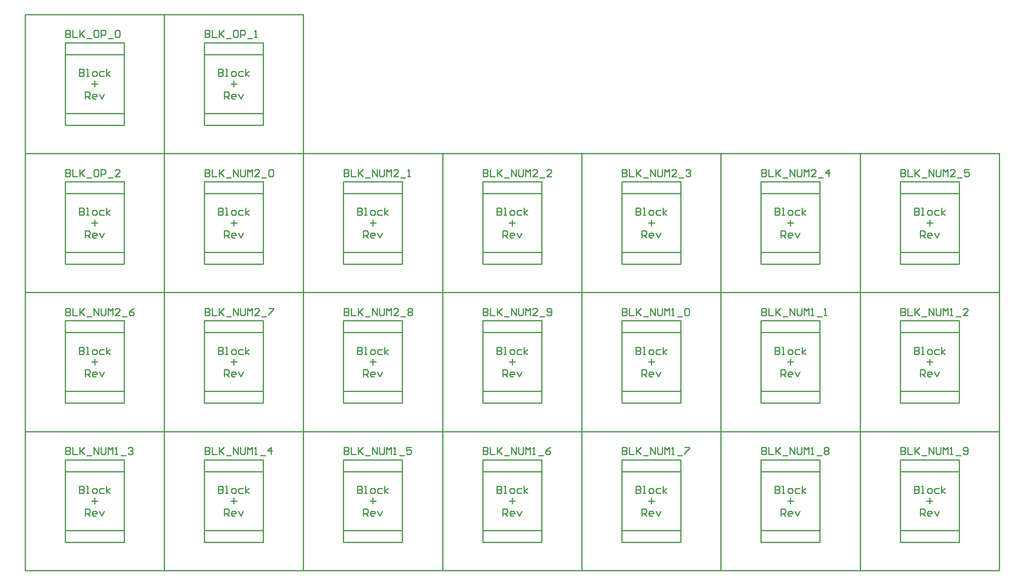
<source format=gto>
G04*
G04 #@! TF.GenerationSoftware,Altium Limited,Altium Designer,22.10.1 (41)*
G04*
G04 Layer_Color=65535*
%FSLAX44Y44*%
%MOMM*%
G71*
G04*
G04 #@! TF.SameCoordinates,FD9EA218-1A50-44A8-AB89-E13ADAD75B09*
G04*
G04*
G04 #@! TF.FilePolarity,Positive*
G04*
G01*
G75*
%ADD10C,0.2540*%
D10*
X650000Y350000D02*
X950000D01*
X650000Y650000D02*
X950000D01*
Y350000D02*
Y650000D01*
X650000Y350000D02*
Y650000D01*
X1850000D02*
X2150000D01*
X1850000Y950000D02*
X2150000D01*
Y650000D02*
Y950000D01*
X1850000Y650000D02*
Y950000D01*
X950000Y650000D02*
X1250000D01*
X950000Y950000D02*
X1250000D01*
Y650000D02*
Y950000D01*
X950000Y650000D02*
Y950000D01*
Y50000D02*
X1250000D01*
X950000Y350000D02*
X1250000D01*
Y50000D02*
Y350000D01*
X950000Y50000D02*
Y350000D01*
X350000Y50000D02*
X650000D01*
X350000Y350000D02*
X650000D01*
Y50000D02*
Y350000D01*
X350000Y50000D02*
Y350000D01*
X1550000Y50000D02*
X1850000D01*
X1550000Y350000D02*
X1850000D01*
Y50000D02*
Y350000D01*
X1550000Y50000D02*
Y350000D01*
X350000D02*
X650000D01*
X350000Y650000D02*
X650000D01*
Y350000D02*
Y650000D01*
X350000Y350000D02*
Y650000D01*
X1250000Y350000D02*
X1550000D01*
X1250000Y650000D02*
X1550000D01*
Y350000D02*
Y650000D01*
X1250000Y350000D02*
Y650000D01*
X650000D02*
X950000D01*
X650000Y950000D02*
X950000D01*
Y650000D02*
Y950000D01*
X650000Y650000D02*
Y950000D01*
X1850000Y350000D02*
X2150000D01*
X1850000Y650000D02*
X2150000D01*
Y350000D02*
Y650000D01*
X1850000Y350000D02*
Y650000D01*
X50000Y350000D02*
X350000D01*
X50000Y650000D02*
X350000D01*
Y350000D02*
Y650000D01*
X50000Y350000D02*
Y650000D01*
X1850000Y50000D02*
X2150000D01*
X1850000Y350000D02*
X2150000D01*
Y50000D02*
Y350000D01*
X1850000Y50000D02*
Y350000D01*
X1250000Y50000D02*
X1550000D01*
X1250000Y350000D02*
X1550000D01*
Y50000D02*
Y350000D01*
X1250000Y50000D02*
Y350000D01*
Y650000D02*
X1550000D01*
X1250000Y950000D02*
X1550000D01*
Y650000D02*
Y950000D01*
X1250000Y650000D02*
Y950000D01*
X50000Y650000D02*
X350000D01*
X50000Y950000D02*
X350000D01*
Y650000D02*
Y950000D01*
X50000Y650000D02*
Y950000D01*
Y50000D02*
X350000D01*
X50000Y350000D02*
X350000D01*
Y50000D02*
Y350000D01*
X50000Y50000D02*
Y350000D01*
X950000D02*
X1250000D01*
X950000Y650000D02*
X1250000D01*
Y350000D02*
Y650000D01*
X950000Y350000D02*
Y650000D01*
X1550000D02*
X1850000D01*
X1550000Y950000D02*
X1850000D01*
Y650000D02*
Y950000D01*
X1550000Y650000D02*
Y950000D01*
X650000Y50000D02*
X950000D01*
X650000Y350000D02*
X950000D01*
Y50000D02*
Y350000D01*
X650000Y50000D02*
Y350000D01*
X1550000D02*
X1850000D01*
X1550000Y650000D02*
X1850000D01*
Y350000D02*
Y650000D01*
X1550000Y350000D02*
Y650000D01*
X50000Y950000D02*
X350000D01*
X50000Y1250000D02*
X350000D01*
Y950000D02*
Y1250000D01*
X50000Y950000D02*
Y1250000D01*
X350000Y950000D02*
X650000D01*
X350000Y1250000D02*
X650000D01*
Y950000D02*
Y1250000D01*
X350000Y950000D02*
Y1250000D01*
Y650000D02*
X650000D01*
X350000Y950000D02*
X650000D01*
Y650000D02*
Y950000D01*
X350000Y650000D02*
Y950000D01*
X1550000Y350000D02*
X1850000D01*
X1550000D02*
X1850000D01*
X1993650Y200000D02*
X2006350D01*
X2000000Y193650D02*
Y206350D01*
X1936500Y263500D02*
X2063500D01*
Y111100D02*
Y288900D01*
X1936500D02*
X2063500D01*
X1936500Y111100D02*
Y288900D01*
Y111100D02*
X2063500D01*
X1936500Y136500D02*
X2063500D01*
X1693650Y200000D02*
X1706350D01*
X1700000Y193650D02*
Y206350D01*
X1636500Y263500D02*
X1763500D01*
Y111100D02*
Y288900D01*
X1636500D02*
X1763500D01*
X1636500Y111100D02*
Y288900D01*
Y111100D02*
X1763500D01*
X1636500Y136500D02*
X1763500D01*
X1393650Y200000D02*
X1406350D01*
X1400000Y193650D02*
Y206350D01*
X1336500Y263500D02*
X1463500D01*
Y111100D02*
Y288900D01*
X1336500D02*
X1463500D01*
X1336500Y111100D02*
Y288900D01*
Y111100D02*
X1463500D01*
X1336500Y136500D02*
X1463500D01*
X1093650Y200000D02*
X1106350D01*
X1100000Y193650D02*
Y206350D01*
X1036500Y263500D02*
X1163500D01*
Y111100D02*
Y288900D01*
X1036500D02*
X1163500D01*
X1036500Y111100D02*
Y288900D01*
Y111100D02*
X1163500D01*
X1036500Y136500D02*
X1163500D01*
X793650Y200000D02*
X806350D01*
X800000Y193650D02*
Y206350D01*
X736500Y263500D02*
X863500D01*
Y111100D02*
Y288900D01*
X736500D02*
X863500D01*
X736500Y111100D02*
Y288900D01*
Y111100D02*
X863500D01*
X736500Y136500D02*
X863500D01*
X493650Y200000D02*
X506350D01*
X500000Y193650D02*
Y206350D01*
X436500Y263500D02*
X563500D01*
Y111100D02*
Y288900D01*
X436500D02*
X563500D01*
X436500Y111100D02*
Y288900D01*
Y111100D02*
X563500D01*
X436500Y136500D02*
X563500D01*
X193650Y200000D02*
X206350D01*
X200000Y193650D02*
Y206350D01*
X136500Y263500D02*
X263500D01*
Y111100D02*
Y288900D01*
X136500D02*
X263500D01*
X136500Y111100D02*
Y288900D01*
Y111100D02*
X263500D01*
X136500Y136500D02*
X263500D01*
X1993650Y500000D02*
X2006350D01*
X2000000Y493650D02*
Y506350D01*
X1936500Y563500D02*
X2063500D01*
Y411100D02*
Y588900D01*
X1936500D02*
X2063500D01*
X1936500Y411100D02*
Y588900D01*
Y411100D02*
X2063500D01*
X1936500Y436500D02*
X2063500D01*
X1693650Y500000D02*
X1706350D01*
X1700000Y493650D02*
Y506350D01*
X1636500Y563500D02*
X1763500D01*
Y411100D02*
Y588900D01*
X1636500D02*
X1763500D01*
X1636500Y411100D02*
Y588900D01*
Y411100D02*
X1763500D01*
X1636500Y436500D02*
X1763500D01*
X1393650Y500000D02*
X1406350D01*
X1400000Y493650D02*
Y506350D01*
X1336500Y563500D02*
X1463500D01*
Y411100D02*
Y588900D01*
X1336500D02*
X1463500D01*
X1336500Y411100D02*
Y588900D01*
Y411100D02*
X1463500D01*
X1336500Y436500D02*
X1463500D01*
X1093650Y500000D02*
X1106350D01*
X1100000Y493650D02*
Y506350D01*
X1036500Y563500D02*
X1163500D01*
Y411100D02*
Y588900D01*
X1036500D02*
X1163500D01*
X1036500Y411100D02*
Y588900D01*
Y411100D02*
X1163500D01*
X1036500Y436500D02*
X1163500D01*
X793650Y500000D02*
X806350D01*
X800000Y493650D02*
Y506350D01*
X736500Y563500D02*
X863500D01*
Y411100D02*
Y588900D01*
X736500D02*
X863500D01*
X736500Y411100D02*
Y588900D01*
Y411100D02*
X863500D01*
X736500Y436500D02*
X863500D01*
X493650Y500000D02*
X506350D01*
X500000Y493650D02*
Y506350D01*
X436500Y563500D02*
X563500D01*
Y411100D02*
Y588900D01*
X436500D02*
X563500D01*
X436500Y411100D02*
Y588900D01*
Y411100D02*
X563500D01*
X436500Y436500D02*
X563500D01*
X193650Y500000D02*
X206350D01*
X200000Y493650D02*
Y506350D01*
X136500Y563500D02*
X263500D01*
Y411100D02*
Y588900D01*
X136500D02*
X263500D01*
X136500Y411100D02*
Y588900D01*
Y411100D02*
X263500D01*
X136500Y436500D02*
X263500D01*
X1993650Y800000D02*
X2006350D01*
X2000000Y793650D02*
Y806350D01*
X1936500Y863500D02*
X2063500D01*
Y711100D02*
Y888900D01*
X1936500D02*
X2063500D01*
X1936500Y711100D02*
Y888900D01*
Y711100D02*
X2063500D01*
X1936500Y736500D02*
X2063500D01*
X1693650Y800000D02*
X1706350D01*
X1700000Y793650D02*
Y806350D01*
X1636500Y863500D02*
X1763500D01*
Y711100D02*
Y888900D01*
X1636500D02*
X1763500D01*
X1636500Y711100D02*
Y888900D01*
Y711100D02*
X1763500D01*
X1636500Y736500D02*
X1763500D01*
X1393650Y800000D02*
X1406350D01*
X1400000Y793650D02*
Y806350D01*
X1336500Y863500D02*
X1463500D01*
Y711100D02*
Y888900D01*
X1336500D02*
X1463500D01*
X1336500Y711100D02*
Y888900D01*
Y711100D02*
X1463500D01*
X1336500Y736500D02*
X1463500D01*
X1093650Y800000D02*
X1106350D01*
X1100000Y793650D02*
Y806350D01*
X1036500Y863500D02*
X1163500D01*
Y711100D02*
Y888900D01*
X1036500D02*
X1163500D01*
X1036500Y711100D02*
Y888900D01*
Y711100D02*
X1163500D01*
X1036500Y736500D02*
X1163500D01*
X793650Y800000D02*
X806350D01*
X800000Y793650D02*
Y806350D01*
X736500Y863500D02*
X863500D01*
Y711100D02*
Y888900D01*
X736500D02*
X863500D01*
X736500Y711100D02*
Y888900D01*
Y711100D02*
X863500D01*
X736500Y736500D02*
X863500D01*
X493650Y800000D02*
X506350D01*
X500000Y793650D02*
Y806350D01*
X436500Y863500D02*
X563500D01*
Y711100D02*
Y888900D01*
X436500D02*
X563500D01*
X436500Y711100D02*
Y888900D01*
Y711100D02*
X563500D01*
X436500Y736500D02*
X563500D01*
X193650Y800000D02*
X206350D01*
X200000Y793650D02*
Y806350D01*
X136500Y863500D02*
X263500D01*
Y711100D02*
Y888900D01*
X136500D02*
X263500D01*
X136500Y711100D02*
Y888900D01*
Y711100D02*
X263500D01*
X136500Y736500D02*
X263500D01*
X493650Y1100000D02*
X506350D01*
X500000Y1093650D02*
Y1106350D01*
X436500Y1163500D02*
X563500D01*
Y1011100D02*
Y1188900D01*
X436500D02*
X563500D01*
X436500Y1011100D02*
Y1188900D01*
Y1011100D02*
X563500D01*
X436500Y1036500D02*
X563500D01*
X193650Y1100000D02*
X206350D01*
X200000Y1093650D02*
Y1106350D01*
X136500Y1163500D02*
X263500D01*
Y1011100D02*
Y1188900D01*
X136500D02*
X263500D01*
X136500Y1011100D02*
Y1188900D01*
Y1011100D02*
X263500D01*
X136500Y1036500D02*
X263500D01*
X166991Y831996D02*
Y816760D01*
X174608D01*
X177147Y819300D01*
Y821839D01*
X174608Y824378D01*
X166991D01*
X174608D01*
X177147Y826917D01*
Y829456D01*
X174608Y831996D01*
X166991D01*
X182226Y816760D02*
X187304D01*
X184765D01*
Y831996D01*
X182226D01*
X197461Y816760D02*
X202539D01*
X205078Y819300D01*
Y824378D01*
X202539Y826917D01*
X197461D01*
X194922Y824378D01*
Y819300D01*
X197461Y816760D01*
X220313Y826917D02*
X212696D01*
X210157Y824378D01*
Y819300D01*
X212696Y816760D01*
X220313D01*
X225392D02*
Y831996D01*
Y821839D02*
X233009Y826917D01*
X225392Y821839D02*
X233009Y816760D01*
X179687Y768004D02*
Y783239D01*
X187304D01*
X189843Y780700D01*
Y775622D01*
X187304Y773083D01*
X179687D01*
X184765D02*
X189843Y768004D01*
X202539D02*
X197461D01*
X194922Y770544D01*
Y775622D01*
X197461Y778161D01*
X202539D01*
X205078Y775622D01*
Y773083D01*
X194922D01*
X210157Y778161D02*
X215235Y768004D01*
X220313Y778161D01*
X1966991Y531996D02*
Y516760D01*
X1974608D01*
X1977147Y519300D01*
Y521839D01*
X1974608Y524378D01*
X1966991D01*
X1974608D01*
X1977147Y526917D01*
Y529456D01*
X1974608Y531996D01*
X1966991D01*
X1982226Y516760D02*
X1987304D01*
X1984765D01*
Y531996D01*
X1982226D01*
X1997461Y516760D02*
X2002539D01*
X2005078Y519300D01*
Y524378D01*
X2002539Y526917D01*
X1997461D01*
X1994922Y524378D01*
Y519300D01*
X1997461Y516760D01*
X2020314Y526917D02*
X2012696D01*
X2010157Y524378D01*
Y519300D01*
X2012696Y516760D01*
X2020314D01*
X2025392D02*
Y531996D01*
Y521839D02*
X2033009Y526917D01*
X2025392Y521839D02*
X2033009Y516760D01*
X1979687Y468004D02*
Y483239D01*
X1987304D01*
X1989843Y480700D01*
Y475622D01*
X1987304Y473083D01*
X1979687D01*
X1984765D02*
X1989843Y468004D01*
X2002539D02*
X1997461D01*
X1994922Y470544D01*
Y475622D01*
X1997461Y478161D01*
X2002539D01*
X2005078Y475622D01*
Y473083D01*
X1994922D01*
X2010157Y478161D02*
X2015235Y468004D01*
X2020314Y478161D01*
X466991Y1131996D02*
Y1116760D01*
X474608D01*
X477147Y1119300D01*
Y1121839D01*
X474608Y1124378D01*
X466991D01*
X474608D01*
X477147Y1126917D01*
Y1129456D01*
X474608Y1131996D01*
X466991D01*
X482226Y1116760D02*
X487304D01*
X484765D01*
Y1131996D01*
X482226D01*
X497461Y1116760D02*
X502539D01*
X505078Y1119300D01*
Y1124378D01*
X502539Y1126917D01*
X497461D01*
X494922Y1124378D01*
Y1119300D01*
X497461Y1116760D01*
X520313Y1126917D02*
X512696D01*
X510157Y1124378D01*
Y1119300D01*
X512696Y1116760D01*
X520313D01*
X525392D02*
Y1131996D01*
Y1121839D02*
X533009Y1126917D01*
X525392Y1121839D02*
X533009Y1116760D01*
X479687Y1068004D02*
Y1083239D01*
X487304D01*
X489843Y1080700D01*
Y1075622D01*
X487304Y1073083D01*
X479687D01*
X484765D02*
X489843Y1068004D01*
X502539D02*
X497461D01*
X494922Y1070544D01*
Y1075622D01*
X497461Y1078161D01*
X502539D01*
X505078Y1075622D01*
Y1073083D01*
X494922D01*
X510157Y1078161D02*
X515235Y1068004D01*
X520313Y1078161D01*
X466991Y531996D02*
Y516760D01*
X474608D01*
X477147Y519300D01*
Y521839D01*
X474608Y524378D01*
X466991D01*
X474608D01*
X477147Y526917D01*
Y529456D01*
X474608Y531996D01*
X466991D01*
X482226Y516760D02*
X487304D01*
X484765D01*
Y531996D01*
X482226D01*
X497461Y516760D02*
X502539D01*
X505078Y519300D01*
Y524378D01*
X502539Y526917D01*
X497461D01*
X494922Y524378D01*
Y519300D01*
X497461Y516760D01*
X520313Y526917D02*
X512696D01*
X510157Y524378D01*
Y519300D01*
X512696Y516760D01*
X520313D01*
X525392D02*
Y531996D01*
Y521839D02*
X533009Y526917D01*
X525392Y521839D02*
X533009Y516760D01*
X479687Y468004D02*
Y483239D01*
X487304D01*
X489843Y480700D01*
Y475622D01*
X487304Y473083D01*
X479687D01*
X484765D02*
X489843Y468004D01*
X502539D02*
X497461D01*
X494922Y470544D01*
Y475622D01*
X497461Y478161D01*
X502539D01*
X505078Y475622D01*
Y473083D01*
X494922D01*
X510157Y478161D02*
X515235Y468004D01*
X520313Y478161D01*
X1666991Y531996D02*
Y516760D01*
X1674608D01*
X1677147Y519300D01*
Y521839D01*
X1674608Y524378D01*
X1666991D01*
X1674608D01*
X1677147Y526917D01*
Y529456D01*
X1674608Y531996D01*
X1666991D01*
X1682226Y516760D02*
X1687304D01*
X1684765D01*
Y531996D01*
X1682226D01*
X1697461Y516760D02*
X1702539D01*
X1705078Y519300D01*
Y524378D01*
X1702539Y526917D01*
X1697461D01*
X1694922Y524378D01*
Y519300D01*
X1697461Y516760D01*
X1720314Y526917D02*
X1712696D01*
X1710157Y524378D01*
Y519300D01*
X1712696Y516760D01*
X1720314D01*
X1725392D02*
Y531996D01*
Y521839D02*
X1733009Y526917D01*
X1725392Y521839D02*
X1733009Y516760D01*
X1679687Y468004D02*
Y483239D01*
X1687304D01*
X1689843Y480700D01*
Y475622D01*
X1687304Y473083D01*
X1679687D01*
X1684765D02*
X1689843Y468004D01*
X1702539D02*
X1697461D01*
X1694922Y470544D01*
Y475622D01*
X1697461Y478161D01*
X1702539D01*
X1705078Y475622D01*
Y473083D01*
X1694922D01*
X1710157Y478161D02*
X1715235Y468004D01*
X1720314Y478161D01*
X166991Y1131996D02*
Y1116760D01*
X174608D01*
X177147Y1119300D01*
Y1121839D01*
X174608Y1124378D01*
X166991D01*
X174608D01*
X177147Y1126917D01*
Y1129456D01*
X174608Y1131996D01*
X166991D01*
X182226Y1116760D02*
X187304D01*
X184765D01*
Y1131996D01*
X182226D01*
X197461Y1116760D02*
X202539D01*
X205078Y1119300D01*
Y1124378D01*
X202539Y1126917D01*
X197461D01*
X194922Y1124378D01*
Y1119300D01*
X197461Y1116760D01*
X220313Y1126917D02*
X212696D01*
X210157Y1124378D01*
Y1119300D01*
X212696Y1116760D01*
X220313D01*
X225392D02*
Y1131996D01*
Y1121839D02*
X233009Y1126917D01*
X225392Y1121839D02*
X233009Y1116760D01*
X179687Y1068004D02*
Y1083239D01*
X187304D01*
X189843Y1080700D01*
Y1075622D01*
X187304Y1073083D01*
X179687D01*
X184765D02*
X189843Y1068004D01*
X202539D02*
X197461D01*
X194922Y1070544D01*
Y1075622D01*
X197461Y1078161D01*
X202539D01*
X205078Y1075622D01*
Y1073083D01*
X194922D01*
X210157Y1078161D02*
X215235Y1068004D01*
X220313Y1078161D01*
X1366991Y831996D02*
Y816760D01*
X1374608D01*
X1377147Y819300D01*
Y821839D01*
X1374608Y824378D01*
X1366991D01*
X1374608D01*
X1377147Y826917D01*
Y829456D01*
X1374608Y831996D01*
X1366991D01*
X1382226Y816760D02*
X1387304D01*
X1384765D01*
Y831996D01*
X1382226D01*
X1397461Y816760D02*
X1402539D01*
X1405078Y819300D01*
Y824378D01*
X1402539Y826917D01*
X1397461D01*
X1394922Y824378D01*
Y819300D01*
X1397461Y816760D01*
X1420313Y826917D02*
X1412696D01*
X1410157Y824378D01*
Y819300D01*
X1412696Y816760D01*
X1420313D01*
X1425392D02*
Y831996D01*
Y821839D02*
X1433009Y826917D01*
X1425392Y821839D02*
X1433009Y816760D01*
X1379687Y768004D02*
Y783239D01*
X1387304D01*
X1389843Y780700D01*
Y775622D01*
X1387304Y773083D01*
X1379687D01*
X1384765D02*
X1389843Y768004D01*
X1402539D02*
X1397461D01*
X1394922Y770544D01*
Y775622D01*
X1397461Y778161D01*
X1402539D01*
X1405078Y775622D01*
Y773083D01*
X1394922D01*
X1410157Y778161D02*
X1415235Y768004D01*
X1420313Y778161D01*
X1066991Y831996D02*
Y816760D01*
X1074608D01*
X1077147Y819300D01*
Y821839D01*
X1074608Y824378D01*
X1066991D01*
X1074608D01*
X1077147Y826917D01*
Y829456D01*
X1074608Y831996D01*
X1066991D01*
X1082226Y816760D02*
X1087304D01*
X1084765D01*
Y831996D01*
X1082226D01*
X1097461Y816760D02*
X1102539D01*
X1105078Y819300D01*
Y824378D01*
X1102539Y826917D01*
X1097461D01*
X1094922Y824378D01*
Y819300D01*
X1097461Y816760D01*
X1120313Y826917D02*
X1112696D01*
X1110157Y824378D01*
Y819300D01*
X1112696Y816760D01*
X1120313D01*
X1125392D02*
Y831996D01*
Y821839D02*
X1133009Y826917D01*
X1125392Y821839D02*
X1133009Y816760D01*
X1079687Y768004D02*
Y783239D01*
X1087304D01*
X1089843Y780700D01*
Y775622D01*
X1087304Y773083D01*
X1079687D01*
X1084765D02*
X1089843Y768004D01*
X1102539D02*
X1097461D01*
X1094922Y770544D01*
Y775622D01*
X1097461Y778161D01*
X1102539D01*
X1105078Y775622D01*
Y773083D01*
X1094922D01*
X1110157Y778161D02*
X1115235Y768004D01*
X1120313Y778161D01*
X766991Y831996D02*
Y816760D01*
X774608D01*
X777147Y819300D01*
Y821839D01*
X774608Y824378D01*
X766991D01*
X774608D01*
X777147Y826917D01*
Y829456D01*
X774608Y831996D01*
X766991D01*
X782226Y816760D02*
X787304D01*
X784765D01*
Y831996D01*
X782226D01*
X797461Y816760D02*
X802539D01*
X805078Y819300D01*
Y824378D01*
X802539Y826917D01*
X797461D01*
X794922Y824378D01*
Y819300D01*
X797461Y816760D01*
X820313Y826917D02*
X812696D01*
X810157Y824378D01*
Y819300D01*
X812696Y816760D01*
X820313D01*
X825392D02*
Y831996D01*
Y821839D02*
X833009Y826917D01*
X825392Y821839D02*
X833009Y816760D01*
X779687Y768004D02*
Y783239D01*
X787304D01*
X789843Y780700D01*
Y775622D01*
X787304Y773083D01*
X779687D01*
X784765D02*
X789843Y768004D01*
X802539D02*
X797461D01*
X794922Y770544D01*
Y775622D01*
X797461Y778161D01*
X802539D01*
X805078Y775622D01*
Y773083D01*
X794922D01*
X810157Y778161D02*
X815235Y768004D01*
X820313Y778161D01*
X1666991Y231996D02*
Y216761D01*
X1674608D01*
X1677147Y219300D01*
Y221839D01*
X1674608Y224378D01*
X1666991D01*
X1674608D01*
X1677147Y226917D01*
Y229456D01*
X1674608Y231996D01*
X1666991D01*
X1682226Y216761D02*
X1687304D01*
X1684765D01*
Y231996D01*
X1682226D01*
X1697461Y216761D02*
X1702539D01*
X1705078Y219300D01*
Y224378D01*
X1702539Y226917D01*
X1697461D01*
X1694922Y224378D01*
Y219300D01*
X1697461Y216761D01*
X1720314Y226917D02*
X1712696D01*
X1710157Y224378D01*
Y219300D01*
X1712696Y216761D01*
X1720314D01*
X1725392D02*
Y231996D01*
Y221839D02*
X1733009Y226917D01*
X1725392Y221839D02*
X1733009Y216761D01*
X1679687Y168004D02*
Y183239D01*
X1687304D01*
X1689843Y180700D01*
Y175622D01*
X1687304Y173083D01*
X1679687D01*
X1684765D02*
X1689843Y168004D01*
X1702539D02*
X1697461D01*
X1694922Y170543D01*
Y175622D01*
X1697461Y178161D01*
X1702539D01*
X1705078Y175622D01*
Y173083D01*
X1694922D01*
X1710157Y178161D02*
X1715235Y168004D01*
X1720314Y178161D01*
X166991Y531996D02*
Y516760D01*
X174608D01*
X177147Y519300D01*
Y521839D01*
X174608Y524378D01*
X166991D01*
X174608D01*
X177147Y526917D01*
Y529456D01*
X174608Y531996D01*
X166991D01*
X182226Y516760D02*
X187304D01*
X184765D01*
Y531996D01*
X182226D01*
X197461Y516760D02*
X202539D01*
X205078Y519300D01*
Y524378D01*
X202539Y526917D01*
X197461D01*
X194922Y524378D01*
Y519300D01*
X197461Y516760D01*
X220313Y526917D02*
X212696D01*
X210157Y524378D01*
Y519300D01*
X212696Y516760D01*
X220313D01*
X225392D02*
Y531996D01*
Y521839D02*
X233009Y526917D01*
X225392Y521839D02*
X233009Y516760D01*
X179687Y468004D02*
Y483239D01*
X187304D01*
X189843Y480700D01*
Y475622D01*
X187304Y473083D01*
X179687D01*
X184765D02*
X189843Y468004D01*
X202539D02*
X197461D01*
X194922Y470544D01*
Y475622D01*
X197461Y478161D01*
X202539D01*
X205078Y475622D01*
Y473083D01*
X194922D01*
X210157Y478161D02*
X215235Y468004D01*
X220313Y478161D01*
X1366991Y231996D02*
Y216761D01*
X1374608D01*
X1377147Y219300D01*
Y221839D01*
X1374608Y224378D01*
X1366991D01*
X1374608D01*
X1377147Y226917D01*
Y229456D01*
X1374608Y231996D01*
X1366991D01*
X1382226Y216761D02*
X1387304D01*
X1384765D01*
Y231996D01*
X1382226D01*
X1397461Y216761D02*
X1402539D01*
X1405078Y219300D01*
Y224378D01*
X1402539Y226917D01*
X1397461D01*
X1394922Y224378D01*
Y219300D01*
X1397461Y216761D01*
X1420313Y226917D02*
X1412696D01*
X1410157Y224378D01*
Y219300D01*
X1412696Y216761D01*
X1420313D01*
X1425392D02*
Y231996D01*
Y221839D02*
X1433009Y226917D01*
X1425392Y221839D02*
X1433009Y216761D01*
X1379687Y168004D02*
Y183239D01*
X1387304D01*
X1389843Y180700D01*
Y175622D01*
X1387304Y173083D01*
X1379687D01*
X1384765D02*
X1389843Y168004D01*
X1402539D02*
X1397461D01*
X1394922Y170543D01*
Y175622D01*
X1397461Y178161D01*
X1402539D01*
X1405078Y175622D01*
Y173083D01*
X1394922D01*
X1410157Y178161D02*
X1415235Y168004D01*
X1420313Y178161D01*
X1066991Y531996D02*
Y516760D01*
X1074608D01*
X1077147Y519300D01*
Y521839D01*
X1074608Y524378D01*
X1066991D01*
X1074608D01*
X1077147Y526917D01*
Y529456D01*
X1074608Y531996D01*
X1066991D01*
X1082226Y516760D02*
X1087304D01*
X1084765D01*
Y531996D01*
X1082226D01*
X1097461Y516760D02*
X1102539D01*
X1105078Y519300D01*
Y524378D01*
X1102539Y526917D01*
X1097461D01*
X1094922Y524378D01*
Y519300D01*
X1097461Y516760D01*
X1120313Y526917D02*
X1112696D01*
X1110157Y524378D01*
Y519300D01*
X1112696Y516760D01*
X1120313D01*
X1125392D02*
Y531996D01*
Y521839D02*
X1133009Y526917D01*
X1125392Y521839D02*
X1133009Y516760D01*
X1079687Y468004D02*
Y483239D01*
X1087304D01*
X1089843Y480700D01*
Y475622D01*
X1087304Y473083D01*
X1079687D01*
X1084765D02*
X1089843Y468004D01*
X1102539D02*
X1097461D01*
X1094922Y470544D01*
Y475622D01*
X1097461Y478161D01*
X1102539D01*
X1105078Y475622D01*
Y473083D01*
X1094922D01*
X1110157Y478161D02*
X1115235Y468004D01*
X1120313Y478161D01*
X1966991Y831996D02*
Y816760D01*
X1974608D01*
X1977147Y819300D01*
Y821839D01*
X1974608Y824378D01*
X1966991D01*
X1974608D01*
X1977147Y826917D01*
Y829456D01*
X1974608Y831996D01*
X1966991D01*
X1982226Y816760D02*
X1987304D01*
X1984765D01*
Y831996D01*
X1982226D01*
X1997461Y816760D02*
X2002539D01*
X2005078Y819300D01*
Y824378D01*
X2002539Y826917D01*
X1997461D01*
X1994922Y824378D01*
Y819300D01*
X1997461Y816760D01*
X2020314Y826917D02*
X2012696D01*
X2010157Y824378D01*
Y819300D01*
X2012696Y816760D01*
X2020314D01*
X2025392D02*
Y831996D01*
Y821839D02*
X2033009Y826917D01*
X2025392Y821839D02*
X2033009Y816760D01*
X1979687Y768004D02*
Y783239D01*
X1987304D01*
X1989843Y780700D01*
Y775622D01*
X1987304Y773083D01*
X1979687D01*
X1984765D02*
X1989843Y768004D01*
X2002539D02*
X1997461D01*
X1994922Y770544D01*
Y775622D01*
X1997461Y778161D01*
X2002539D01*
X2005078Y775622D01*
Y773083D01*
X1994922D01*
X2010157Y778161D02*
X2015235Y768004D01*
X2020314Y778161D01*
X466991Y231996D02*
Y216761D01*
X474608D01*
X477147Y219300D01*
Y221839D01*
X474608Y224378D01*
X466991D01*
X474608D01*
X477147Y226917D01*
Y229456D01*
X474608Y231996D01*
X466991D01*
X482226Y216761D02*
X487304D01*
X484765D01*
Y231996D01*
X482226D01*
X497461Y216761D02*
X502539D01*
X505078Y219300D01*
Y224378D01*
X502539Y226917D01*
X497461D01*
X494922Y224378D01*
Y219300D01*
X497461Y216761D01*
X520313Y226917D02*
X512696D01*
X510157Y224378D01*
Y219300D01*
X512696Y216761D01*
X520313D01*
X525392D02*
Y231996D01*
Y221839D02*
X533009Y226917D01*
X525392Y221839D02*
X533009Y216761D01*
X479687Y168004D02*
Y183239D01*
X487304D01*
X489843Y180700D01*
Y175622D01*
X487304Y173083D01*
X479687D01*
X484765D02*
X489843Y168004D01*
X502539D02*
X497461D01*
X494922Y170543D01*
Y175622D01*
X497461Y178161D01*
X502539D01*
X505078Y175622D01*
Y173083D01*
X494922D01*
X510157Y178161D02*
X515235Y168004D01*
X520313Y178161D01*
X1366991Y531996D02*
Y516760D01*
X1374608D01*
X1377147Y519300D01*
Y521839D01*
X1374608Y524378D01*
X1366991D01*
X1374608D01*
X1377147Y526917D01*
Y529456D01*
X1374608Y531996D01*
X1366991D01*
X1382226Y516760D02*
X1387304D01*
X1384765D01*
Y531996D01*
X1382226D01*
X1397461Y516760D02*
X1402539D01*
X1405078Y519300D01*
Y524378D01*
X1402539Y526917D01*
X1397461D01*
X1394922Y524378D01*
Y519300D01*
X1397461Y516760D01*
X1420313Y526917D02*
X1412696D01*
X1410157Y524378D01*
Y519300D01*
X1412696Y516760D01*
X1420313D01*
X1425392D02*
Y531996D01*
Y521839D02*
X1433009Y526917D01*
X1425392Y521839D02*
X1433009Y516760D01*
X1379687Y468004D02*
Y483239D01*
X1387304D01*
X1389843Y480700D01*
Y475622D01*
X1387304Y473083D01*
X1379687D01*
X1384765D02*
X1389843Y468004D01*
X1402539D02*
X1397461D01*
X1394922Y470544D01*
Y475622D01*
X1397461Y478161D01*
X1402539D01*
X1405078Y475622D01*
Y473083D01*
X1394922D01*
X1410157Y478161D02*
X1415235Y468004D01*
X1420313Y478161D01*
X766991Y531996D02*
Y516760D01*
X774608D01*
X777147Y519300D01*
Y521839D01*
X774608Y524378D01*
X766991D01*
X774608D01*
X777147Y526917D01*
Y529456D01*
X774608Y531996D01*
X766991D01*
X782226Y516760D02*
X787304D01*
X784765D01*
Y531996D01*
X782226D01*
X797461Y516760D02*
X802539D01*
X805078Y519300D01*
Y524378D01*
X802539Y526917D01*
X797461D01*
X794922Y524378D01*
Y519300D01*
X797461Y516760D01*
X820313Y526917D02*
X812696D01*
X810157Y524378D01*
Y519300D01*
X812696Y516760D01*
X820313D01*
X825392D02*
Y531996D01*
Y521839D02*
X833009Y526917D01*
X825392Y521839D02*
X833009Y516760D01*
X779687Y468004D02*
Y483239D01*
X787304D01*
X789843Y480700D01*
Y475622D01*
X787304Y473083D01*
X779687D01*
X784765D02*
X789843Y468004D01*
X802539D02*
X797461D01*
X794922Y470544D01*
Y475622D01*
X797461Y478161D01*
X802539D01*
X805078Y475622D01*
Y473083D01*
X794922D01*
X810157Y478161D02*
X815235Y468004D01*
X820313Y478161D01*
X766991Y231996D02*
Y216761D01*
X774608D01*
X777147Y219300D01*
Y221839D01*
X774608Y224378D01*
X766991D01*
X774608D01*
X777147Y226917D01*
Y229456D01*
X774608Y231996D01*
X766991D01*
X782226Y216761D02*
X787304D01*
X784765D01*
Y231996D01*
X782226D01*
X797461Y216761D02*
X802539D01*
X805078Y219300D01*
Y224378D01*
X802539Y226917D01*
X797461D01*
X794922Y224378D01*
Y219300D01*
X797461Y216761D01*
X820313Y226917D02*
X812696D01*
X810157Y224378D01*
Y219300D01*
X812696Y216761D01*
X820313D01*
X825392D02*
Y231996D01*
Y221839D02*
X833009Y226917D01*
X825392Y221839D02*
X833009Y216761D01*
X779687Y168004D02*
Y183239D01*
X787304D01*
X789843Y180700D01*
Y175622D01*
X787304Y173083D01*
X779687D01*
X784765D02*
X789843Y168004D01*
X802539D02*
X797461D01*
X794922Y170543D01*
Y175622D01*
X797461Y178161D01*
X802539D01*
X805078Y175622D01*
Y173083D01*
X794922D01*
X810157Y178161D02*
X815235Y168004D01*
X820313Y178161D01*
X1666991Y831996D02*
Y816760D01*
X1674608D01*
X1677147Y819300D01*
Y821839D01*
X1674608Y824378D01*
X1666991D01*
X1674608D01*
X1677147Y826917D01*
Y829456D01*
X1674608Y831996D01*
X1666991D01*
X1682226Y816760D02*
X1687304D01*
X1684765D01*
Y831996D01*
X1682226D01*
X1697461Y816760D02*
X1702539D01*
X1705078Y819300D01*
Y824378D01*
X1702539Y826917D01*
X1697461D01*
X1694922Y824378D01*
Y819300D01*
X1697461Y816760D01*
X1720314Y826917D02*
X1712696D01*
X1710157Y824378D01*
Y819300D01*
X1712696Y816760D01*
X1720314D01*
X1725392D02*
Y831996D01*
Y821839D02*
X1733009Y826917D01*
X1725392Y821839D02*
X1733009Y816760D01*
X1679687Y768004D02*
Y783239D01*
X1687304D01*
X1689843Y780700D01*
Y775622D01*
X1687304Y773083D01*
X1679687D01*
X1684765D02*
X1689843Y768004D01*
X1702539D02*
X1697461D01*
X1694922Y770544D01*
Y775622D01*
X1697461Y778161D01*
X1702539D01*
X1705078Y775622D01*
Y773083D01*
X1694922D01*
X1710157Y778161D02*
X1715235Y768004D01*
X1720314Y778161D01*
X466991Y831996D02*
Y816760D01*
X474608D01*
X477147Y819300D01*
Y821839D01*
X474608Y824378D01*
X466991D01*
X474608D01*
X477147Y826917D01*
Y829456D01*
X474608Y831996D01*
X466991D01*
X482226Y816760D02*
X487304D01*
X484765D01*
Y831996D01*
X482226D01*
X497461Y816760D02*
X502539D01*
X505078Y819300D01*
Y824378D01*
X502539Y826917D01*
X497461D01*
X494922Y824378D01*
Y819300D01*
X497461Y816760D01*
X520313Y826917D02*
X512696D01*
X510157Y824378D01*
Y819300D01*
X512696Y816760D01*
X520313D01*
X525392D02*
Y831996D01*
Y821839D02*
X533009Y826917D01*
X525392Y821839D02*
X533009Y816760D01*
X479687Y768004D02*
Y783239D01*
X487304D01*
X489843Y780700D01*
Y775622D01*
X487304Y773083D01*
X479687D01*
X484765D02*
X489843Y768004D01*
X502539D02*
X497461D01*
X494922Y770544D01*
Y775622D01*
X497461Y778161D01*
X502539D01*
X505078Y775622D01*
Y773083D01*
X494922D01*
X510157Y778161D02*
X515235Y768004D01*
X520313Y778161D01*
X166991Y231996D02*
Y216761D01*
X174608D01*
X177147Y219300D01*
Y221839D01*
X174608Y224378D01*
X166991D01*
X174608D01*
X177147Y226917D01*
Y229456D01*
X174608Y231996D01*
X166991D01*
X182226Y216761D02*
X187304D01*
X184765D01*
Y231996D01*
X182226D01*
X197461Y216761D02*
X202539D01*
X205078Y219300D01*
Y224378D01*
X202539Y226917D01*
X197461D01*
X194922Y224378D01*
Y219300D01*
X197461Y216761D01*
X220313Y226917D02*
X212696D01*
X210157Y224378D01*
Y219300D01*
X212696Y216761D01*
X220313D01*
X225392D02*
Y231996D01*
Y221839D02*
X233009Y226917D01*
X225392Y221839D02*
X233009Y216761D01*
X179687Y168004D02*
Y183239D01*
X187304D01*
X189843Y180700D01*
Y175622D01*
X187304Y173083D01*
X179687D01*
X184765D02*
X189843Y168004D01*
X202539D02*
X197461D01*
X194922Y170543D01*
Y175622D01*
X197461Y178161D01*
X202539D01*
X205078Y175622D01*
Y173083D01*
X194922D01*
X210157Y178161D02*
X215235Y168004D01*
X220313Y178161D01*
X1066991Y231996D02*
Y216761D01*
X1074608D01*
X1077147Y219300D01*
Y221839D01*
X1074608Y224378D01*
X1066991D01*
X1074608D01*
X1077147Y226917D01*
Y229456D01*
X1074608Y231996D01*
X1066991D01*
X1082226Y216761D02*
X1087304D01*
X1084765D01*
Y231996D01*
X1082226D01*
X1097461Y216761D02*
X1102539D01*
X1105078Y219300D01*
Y224378D01*
X1102539Y226917D01*
X1097461D01*
X1094922Y224378D01*
Y219300D01*
X1097461Y216761D01*
X1120313Y226917D02*
X1112696D01*
X1110157Y224378D01*
Y219300D01*
X1112696Y216761D01*
X1120313D01*
X1125392D02*
Y231996D01*
Y221839D02*
X1133009Y226917D01*
X1125392Y221839D02*
X1133009Y216761D01*
X1079687Y168004D02*
Y183239D01*
X1087304D01*
X1089843Y180700D01*
Y175622D01*
X1087304Y173083D01*
X1079687D01*
X1084765D02*
X1089843Y168004D01*
X1102539D02*
X1097461D01*
X1094922Y170543D01*
Y175622D01*
X1097461Y178161D01*
X1102539D01*
X1105078Y175622D01*
Y173083D01*
X1094922D01*
X1110157Y178161D02*
X1115235Y168004D01*
X1120313Y178161D01*
X1966991Y231996D02*
Y216761D01*
X1974608D01*
X1977147Y219300D01*
Y221839D01*
X1974608Y224378D01*
X1966991D01*
X1974608D01*
X1977147Y226917D01*
Y229456D01*
X1974608Y231996D01*
X1966991D01*
X1982226Y216761D02*
X1987304D01*
X1984765D01*
Y231996D01*
X1982226D01*
X1997461Y216761D02*
X2002539D01*
X2005078Y219300D01*
Y224378D01*
X2002539Y226917D01*
X1997461D01*
X1994922Y224378D01*
Y219300D01*
X1997461Y216761D01*
X2020314Y226917D02*
X2012696D01*
X2010157Y224378D01*
Y219300D01*
X2012696Y216761D01*
X2020314D01*
X2025392D02*
Y231996D01*
Y221839D02*
X2033009Y226917D01*
X2025392Y221839D02*
X2033009Y216761D01*
X1979687Y168004D02*
Y183239D01*
X1987304D01*
X1989843Y180700D01*
Y175622D01*
X1987304Y173083D01*
X1979687D01*
X1984765D02*
X1989843Y168004D01*
X2002539D02*
X1997461D01*
X1994922Y170543D01*
Y175622D01*
X1997461Y178161D01*
X2002539D01*
X2005078Y175622D01*
Y173083D01*
X1994922D01*
X2010157Y178161D02*
X2015235Y168004D01*
X2020314Y178161D01*
X1937882Y315497D02*
Y300262D01*
X1945500D01*
X1948039Y302801D01*
Y305340D01*
X1945500Y307880D01*
X1937882D01*
X1945500D01*
X1948039Y310419D01*
Y312958D01*
X1945500Y315497D01*
X1937882D01*
X1953117D02*
Y300262D01*
X1963274D01*
X1968352Y315497D02*
Y300262D01*
Y305340D01*
X1978509Y315497D01*
X1970891Y307880D01*
X1978509Y300262D01*
X1983587Y297723D02*
X1993744D01*
X1998822Y300262D02*
Y315497D01*
X2008979Y300262D01*
Y315497D01*
X2014057D02*
Y302801D01*
X2016597Y300262D01*
X2021675D01*
X2024214Y302801D01*
Y315497D01*
X2029292Y300262D02*
Y315497D01*
X2034371Y310419D01*
X2039449Y315497D01*
Y300262D01*
X2044527D02*
X2049606D01*
X2047067D01*
Y315497D01*
X2044527Y312958D01*
X2057223Y297723D02*
X2067380D01*
X2072458Y302801D02*
X2074998Y300262D01*
X2080076D01*
X2082615Y302801D01*
Y312958D01*
X2080076Y315497D01*
X2074998D01*
X2072458Y312958D01*
Y310419D01*
X2074998Y307880D01*
X2082615D01*
X1637654Y315497D02*
Y300262D01*
X1645271D01*
X1647811Y302801D01*
Y305340D01*
X1645271Y307880D01*
X1637654D01*
X1645271D01*
X1647811Y310419D01*
Y312958D01*
X1645271Y315497D01*
X1637654D01*
X1652889D02*
Y300262D01*
X1663046D01*
X1668124Y315497D02*
Y300262D01*
Y305340D01*
X1678281Y315497D01*
X1670663Y307880D01*
X1678281Y300262D01*
X1683359Y297723D02*
X1693516D01*
X1698594Y300262D02*
Y315497D01*
X1708751Y300262D01*
Y315497D01*
X1713829D02*
Y302801D01*
X1716369Y300262D01*
X1721447D01*
X1723986Y302801D01*
Y315497D01*
X1729064Y300262D02*
Y315497D01*
X1734143Y310419D01*
X1739221Y315497D01*
Y300262D01*
X1744299D02*
X1749378D01*
X1746839D01*
Y315497D01*
X1744299Y312958D01*
X1756995Y297723D02*
X1767152D01*
X1772231Y312958D02*
X1774770Y315497D01*
X1779848D01*
X1782387Y312958D01*
Y310419D01*
X1779848Y307880D01*
X1782387Y305340D01*
Y302801D01*
X1779848Y300262D01*
X1774770D01*
X1772231Y302801D01*
Y305340D01*
X1774770Y307880D01*
X1772231Y310419D01*
Y312958D01*
X1774770Y307880D02*
X1779848D01*
X1337680Y315497D02*
Y300262D01*
X1345298D01*
X1347837Y302801D01*
Y305340D01*
X1345298Y307880D01*
X1337680D01*
X1345298D01*
X1347837Y310419D01*
Y312958D01*
X1345298Y315497D01*
X1337680D01*
X1352915D02*
Y300262D01*
X1363072D01*
X1368150Y315497D02*
Y300262D01*
Y305340D01*
X1378307Y315497D01*
X1370689Y307880D01*
X1378307Y300262D01*
X1383385Y297723D02*
X1393542D01*
X1398620Y300262D02*
Y315497D01*
X1408777Y300262D01*
Y315497D01*
X1413855D02*
Y302801D01*
X1416395Y300262D01*
X1421473D01*
X1424012Y302801D01*
Y315497D01*
X1429090Y300262D02*
Y315497D01*
X1434169Y310419D01*
X1439247Y315497D01*
Y300262D01*
X1444326D02*
X1449404D01*
X1446865D01*
Y315497D01*
X1444326Y312958D01*
X1457021Y297723D02*
X1467178D01*
X1472256Y315497D02*
X1482413D01*
Y312958D01*
X1472256Y302801D01*
Y300262D01*
X1037706Y315497D02*
Y300262D01*
X1045323D01*
X1047863Y302801D01*
Y305340D01*
X1045323Y307880D01*
X1037706D01*
X1045323D01*
X1047863Y310419D01*
Y312958D01*
X1045323Y315497D01*
X1037706D01*
X1052941D02*
Y300262D01*
X1063098D01*
X1068176Y315497D02*
Y300262D01*
Y305340D01*
X1078333Y315497D01*
X1070715Y307880D01*
X1078333Y300262D01*
X1083411Y297723D02*
X1093568D01*
X1098646Y300262D02*
Y315497D01*
X1108803Y300262D01*
Y315497D01*
X1113881D02*
Y302801D01*
X1116421Y300262D01*
X1121499D01*
X1124038Y302801D01*
Y315497D01*
X1129116Y300262D02*
Y315497D01*
X1134195Y310419D01*
X1139273Y315497D01*
Y300262D01*
X1144352D02*
X1149430D01*
X1146891D01*
Y315497D01*
X1144352Y312958D01*
X1157047Y297723D02*
X1167204D01*
X1182439Y315497D02*
X1177361Y312958D01*
X1172282Y307880D01*
Y302801D01*
X1174822Y300262D01*
X1179900D01*
X1182439Y302801D01*
Y305340D01*
X1179900Y307880D01*
X1172282D01*
X737732Y315497D02*
Y300262D01*
X745350D01*
X747889Y302801D01*
Y305340D01*
X745350Y307880D01*
X737732D01*
X745350D01*
X747889Y310419D01*
Y312958D01*
X745350Y315497D01*
X737732D01*
X752967D02*
Y300262D01*
X763124D01*
X768202Y315497D02*
Y300262D01*
Y305340D01*
X778359Y315497D01*
X770741Y307880D01*
X778359Y300262D01*
X783437Y297723D02*
X793594D01*
X798672Y300262D02*
Y315497D01*
X808829Y300262D01*
Y315497D01*
X813907D02*
Y302801D01*
X816447Y300262D01*
X821525D01*
X824064Y302801D01*
Y315497D01*
X829142Y300262D02*
Y315497D01*
X834221Y310419D01*
X839299Y315497D01*
Y300262D01*
X844378D02*
X849456D01*
X846917D01*
Y315497D01*
X844378Y312958D01*
X857073Y297723D02*
X867230D01*
X882465Y315497D02*
X872309D01*
Y307880D01*
X877387Y310419D01*
X879926D01*
X882465Y307880D01*
Y302801D01*
X879926Y300262D01*
X874848D01*
X872309Y302801D01*
X437758Y315497D02*
Y300262D01*
X445376D01*
X447915Y302801D01*
Y305340D01*
X445376Y307880D01*
X437758D01*
X445376D01*
X447915Y310419D01*
Y312958D01*
X445376Y315497D01*
X437758D01*
X452993D02*
Y300262D01*
X463150D01*
X468228Y315497D02*
Y300262D01*
Y305340D01*
X478385Y315497D01*
X470767Y307880D01*
X478385Y300262D01*
X483463Y297723D02*
X493620D01*
X498698Y300262D02*
Y315497D01*
X508855Y300262D01*
Y315497D01*
X513933D02*
Y302801D01*
X516473Y300262D01*
X521551D01*
X524090Y302801D01*
Y315497D01*
X529168Y300262D02*
Y315497D01*
X534247Y310419D01*
X539325Y315497D01*
Y300262D01*
X544403D02*
X549482D01*
X546943D01*
Y315497D01*
X544403Y312958D01*
X557099Y297723D02*
X567256D01*
X579952Y300262D02*
Y315497D01*
X572335Y307880D01*
X582491D01*
X137784Y315497D02*
Y300262D01*
X145401D01*
X147941Y302801D01*
Y305340D01*
X145401Y307880D01*
X137784D01*
X145401D01*
X147941Y310419D01*
Y312958D01*
X145401Y315497D01*
X137784D01*
X153019D02*
Y300262D01*
X163176D01*
X168254Y315497D02*
Y300262D01*
Y305340D01*
X178411Y315497D01*
X170793Y307880D01*
X178411Y300262D01*
X183489Y297723D02*
X193646D01*
X198724Y300262D02*
Y315497D01*
X208881Y300262D01*
Y315497D01*
X213959D02*
Y302801D01*
X216499Y300262D01*
X221577D01*
X224116Y302801D01*
Y315497D01*
X229194Y300262D02*
Y315497D01*
X234273Y310419D01*
X239351Y315497D01*
Y300262D01*
X244429D02*
X249508D01*
X246969D01*
Y315497D01*
X244429Y312958D01*
X257125Y297723D02*
X267282D01*
X272360Y312958D02*
X274900Y315497D01*
X279978D01*
X282517Y312958D01*
Y310419D01*
X279978Y307880D01*
X277439D01*
X279978D01*
X282517Y305340D01*
Y302801D01*
X279978Y300262D01*
X274900D01*
X272360Y302801D01*
X1937882Y615471D02*
Y600236D01*
X1945500D01*
X1948039Y602775D01*
Y605314D01*
X1945500Y607854D01*
X1937882D01*
X1945500D01*
X1948039Y610393D01*
Y612932D01*
X1945500Y615471D01*
X1937882D01*
X1953117D02*
Y600236D01*
X1963274D01*
X1968352Y615471D02*
Y600236D01*
Y605314D01*
X1978509Y615471D01*
X1970891Y607854D01*
X1978509Y600236D01*
X1983587Y597697D02*
X1993744D01*
X1998822Y600236D02*
Y615471D01*
X2008979Y600236D01*
Y615471D01*
X2014057D02*
Y602775D01*
X2016597Y600236D01*
X2021675D01*
X2024214Y602775D01*
Y615471D01*
X2029292Y600236D02*
Y615471D01*
X2034371Y610393D01*
X2039449Y615471D01*
Y600236D01*
X2044527D02*
X2049606D01*
X2047067D01*
Y615471D01*
X2044527Y612932D01*
X2057223Y597697D02*
X2067380D01*
X2082615Y600236D02*
X2072458D01*
X2082615Y610393D01*
Y612932D01*
X2080076Y615471D01*
X2074998D01*
X2072458Y612932D01*
X1637654Y615471D02*
Y600236D01*
X1645271D01*
X1647811Y602775D01*
Y605314D01*
X1645271Y607854D01*
X1637654D01*
X1645271D01*
X1647811Y610393D01*
Y612932D01*
X1645271Y615471D01*
X1637654D01*
X1652889D02*
Y600236D01*
X1663046D01*
X1668124Y615471D02*
Y600236D01*
Y605314D01*
X1678281Y615471D01*
X1670663Y607854D01*
X1678281Y600236D01*
X1683359Y597697D02*
X1693516D01*
X1698594Y600236D02*
Y615471D01*
X1708751Y600236D01*
Y615471D01*
X1713829D02*
Y602775D01*
X1716369Y600236D01*
X1721447D01*
X1723986Y602775D01*
Y615471D01*
X1729064Y600236D02*
Y615471D01*
X1734143Y610393D01*
X1739221Y615471D01*
Y600236D01*
X1744299D02*
X1749378D01*
X1746839D01*
Y615471D01*
X1744299Y612932D01*
X1756995Y597697D02*
X1767152D01*
X1772231Y600236D02*
X1777309D01*
X1774770D01*
Y615471D01*
X1772231Y612932D01*
X1337680Y615471D02*
Y600236D01*
X1345298D01*
X1347837Y602775D01*
Y605314D01*
X1345298Y607854D01*
X1337680D01*
X1345298D01*
X1347837Y610393D01*
Y612932D01*
X1345298Y615471D01*
X1337680D01*
X1352915D02*
Y600236D01*
X1363072D01*
X1368150Y615471D02*
Y600236D01*
Y605314D01*
X1378307Y615471D01*
X1370689Y607854D01*
X1378307Y600236D01*
X1383385Y597697D02*
X1393542D01*
X1398620Y600236D02*
Y615471D01*
X1408777Y600236D01*
Y615471D01*
X1413855D02*
Y602775D01*
X1416395Y600236D01*
X1421473D01*
X1424012Y602775D01*
Y615471D01*
X1429090Y600236D02*
Y615471D01*
X1434169Y610393D01*
X1439247Y615471D01*
Y600236D01*
X1444326D02*
X1449404D01*
X1446865D01*
Y615471D01*
X1444326Y612932D01*
X1457021Y597697D02*
X1467178D01*
X1472256Y612932D02*
X1474796Y615471D01*
X1479874D01*
X1482413Y612932D01*
Y602775D01*
X1479874Y600236D01*
X1474796D01*
X1472256Y602775D01*
Y612932D01*
X1037706Y615471D02*
Y600236D01*
X1045323D01*
X1047863Y602775D01*
Y605314D01*
X1045323Y607854D01*
X1037706D01*
X1045323D01*
X1047863Y610393D01*
Y612932D01*
X1045323Y615471D01*
X1037706D01*
X1052941D02*
Y600236D01*
X1063098D01*
X1068176Y615471D02*
Y600236D01*
Y605314D01*
X1078333Y615471D01*
X1070715Y607854D01*
X1078333Y600236D01*
X1083411Y597697D02*
X1093568D01*
X1098646Y600236D02*
Y615471D01*
X1108803Y600236D01*
Y615471D01*
X1113881D02*
Y602775D01*
X1116421Y600236D01*
X1121499D01*
X1124038Y602775D01*
Y615471D01*
X1129116Y600236D02*
Y615471D01*
X1134195Y610393D01*
X1139273Y615471D01*
Y600236D01*
X1154508D02*
X1144352D01*
X1154508Y610393D01*
Y612932D01*
X1151969Y615471D01*
X1146891D01*
X1144352Y612932D01*
X1159587Y597697D02*
X1169743D01*
X1174822Y602775D02*
X1177361Y600236D01*
X1182439D01*
X1184978Y602775D01*
Y612932D01*
X1182439Y615471D01*
X1177361D01*
X1174822Y612932D01*
Y610393D01*
X1177361Y607854D01*
X1184978D01*
X737732Y615471D02*
Y600236D01*
X745350D01*
X747889Y602775D01*
Y605314D01*
X745350Y607854D01*
X737732D01*
X745350D01*
X747889Y610393D01*
Y612932D01*
X745350Y615471D01*
X737732D01*
X752967D02*
Y600236D01*
X763124D01*
X768202Y615471D02*
Y600236D01*
Y605314D01*
X778359Y615471D01*
X770741Y607854D01*
X778359Y600236D01*
X783437Y597697D02*
X793594D01*
X798672Y600236D02*
Y615471D01*
X808829Y600236D01*
Y615471D01*
X813907D02*
Y602775D01*
X816447Y600236D01*
X821525D01*
X824064Y602775D01*
Y615471D01*
X829142Y600236D02*
Y615471D01*
X834221Y610393D01*
X839299Y615471D01*
Y600236D01*
X854534D02*
X844378D01*
X854534Y610393D01*
Y612932D01*
X851995Y615471D01*
X846917D01*
X844378Y612932D01*
X859613Y597697D02*
X869769D01*
X874848Y612932D02*
X877387Y615471D01*
X882465D01*
X885004Y612932D01*
Y610393D01*
X882465Y607854D01*
X885004Y605314D01*
Y602775D01*
X882465Y600236D01*
X877387D01*
X874848Y602775D01*
Y605314D01*
X877387Y607854D01*
X874848Y610393D01*
Y612932D01*
X877387Y607854D02*
X882465D01*
X437758Y615471D02*
Y600236D01*
X445376D01*
X447915Y602775D01*
Y605314D01*
X445376Y607854D01*
X437758D01*
X445376D01*
X447915Y610393D01*
Y612932D01*
X445376Y615471D01*
X437758D01*
X452993D02*
Y600236D01*
X463150D01*
X468228Y615471D02*
Y600236D01*
Y605314D01*
X478385Y615471D01*
X470767Y607854D01*
X478385Y600236D01*
X483463Y597697D02*
X493620D01*
X498698Y600236D02*
Y615471D01*
X508855Y600236D01*
Y615471D01*
X513933D02*
Y602775D01*
X516473Y600236D01*
X521551D01*
X524090Y602775D01*
Y615471D01*
X529168Y600236D02*
Y615471D01*
X534247Y610393D01*
X539325Y615471D01*
Y600236D01*
X554560D02*
X544403D01*
X554560Y610393D01*
Y612932D01*
X552021Y615471D01*
X546943D01*
X544403Y612932D01*
X559639Y597697D02*
X569795D01*
X574874Y615471D02*
X585030D01*
Y612932D01*
X574874Y602775D01*
Y600236D01*
X137784Y615471D02*
Y600236D01*
X145401D01*
X147941Y602775D01*
Y605314D01*
X145401Y607854D01*
X137784D01*
X145401D01*
X147941Y610393D01*
Y612932D01*
X145401Y615471D01*
X137784D01*
X153019D02*
Y600236D01*
X163176D01*
X168254Y615471D02*
Y600236D01*
Y605314D01*
X178411Y615471D01*
X170793Y607854D01*
X178411Y600236D01*
X183489Y597697D02*
X193646D01*
X198724Y600236D02*
Y615471D01*
X208881Y600236D01*
Y615471D01*
X213959D02*
Y602775D01*
X216499Y600236D01*
X221577D01*
X224116Y602775D01*
Y615471D01*
X229194Y600236D02*
Y615471D01*
X234273Y610393D01*
X239351Y615471D01*
Y600236D01*
X254586D02*
X244429D01*
X254586Y610393D01*
Y612932D01*
X252047Y615471D01*
X246969D01*
X244429Y612932D01*
X259665Y597697D02*
X269821D01*
X285056Y615471D02*
X279978Y612932D01*
X274900Y607854D01*
Y602775D01*
X277439Y600236D01*
X282517D01*
X285056Y602775D01*
Y605314D01*
X282517Y607854D01*
X274900D01*
X1937882Y915445D02*
Y900210D01*
X1945500D01*
X1948039Y902749D01*
Y905288D01*
X1945500Y907828D01*
X1937882D01*
X1945500D01*
X1948039Y910367D01*
Y912906D01*
X1945500Y915445D01*
X1937882D01*
X1953117D02*
Y900210D01*
X1963274D01*
X1968352Y915445D02*
Y900210D01*
Y905288D01*
X1978509Y915445D01*
X1970891Y907828D01*
X1978509Y900210D01*
X1983587Y897671D02*
X1993744D01*
X1998822Y900210D02*
Y915445D01*
X2008979Y900210D01*
Y915445D01*
X2014057D02*
Y902749D01*
X2016597Y900210D01*
X2021675D01*
X2024214Y902749D01*
Y915445D01*
X2029292Y900210D02*
Y915445D01*
X2034371Y910367D01*
X2039449Y915445D01*
Y900210D01*
X2054684D02*
X2044527D01*
X2054684Y910367D01*
Y912906D01*
X2052145Y915445D01*
X2047067D01*
X2044527Y912906D01*
X2059763Y897671D02*
X2069919D01*
X2085154Y915445D02*
X2074998D01*
Y907828D01*
X2080076Y910367D01*
X2082615D01*
X2085154Y907828D01*
Y902749D01*
X2082615Y900210D01*
X2077537D01*
X2074998Y902749D01*
X1637654Y915445D02*
Y900210D01*
X1645271D01*
X1647811Y902749D01*
Y905288D01*
X1645271Y907828D01*
X1637654D01*
X1645271D01*
X1647811Y910367D01*
Y912906D01*
X1645271Y915445D01*
X1637654D01*
X1652889D02*
Y900210D01*
X1663046D01*
X1668124Y915445D02*
Y900210D01*
Y905288D01*
X1678281Y915445D01*
X1670663Y907828D01*
X1678281Y900210D01*
X1683359Y897671D02*
X1693516D01*
X1698594Y900210D02*
Y915445D01*
X1708751Y900210D01*
Y915445D01*
X1713829D02*
Y902749D01*
X1716369Y900210D01*
X1721447D01*
X1723986Y902749D01*
Y915445D01*
X1729064Y900210D02*
Y915445D01*
X1734143Y910367D01*
X1739221Y915445D01*
Y900210D01*
X1754456D02*
X1744299D01*
X1754456Y910367D01*
Y912906D01*
X1751917Y915445D01*
X1746839D01*
X1744299Y912906D01*
X1759535Y897671D02*
X1769691D01*
X1782387Y900210D02*
Y915445D01*
X1774770Y907828D01*
X1784926D01*
X1337680Y915445D02*
Y900210D01*
X1345298D01*
X1347837Y902749D01*
Y905288D01*
X1345298Y907828D01*
X1337680D01*
X1345298D01*
X1347837Y910367D01*
Y912906D01*
X1345298Y915445D01*
X1337680D01*
X1352915D02*
Y900210D01*
X1363072D01*
X1368150Y915445D02*
Y900210D01*
Y905288D01*
X1378307Y915445D01*
X1370689Y907828D01*
X1378307Y900210D01*
X1383385Y897671D02*
X1393542D01*
X1398620Y900210D02*
Y915445D01*
X1408777Y900210D01*
Y915445D01*
X1413855D02*
Y902749D01*
X1416395Y900210D01*
X1421473D01*
X1424012Y902749D01*
Y915445D01*
X1429090Y900210D02*
Y915445D01*
X1434169Y910367D01*
X1439247Y915445D01*
Y900210D01*
X1454482D02*
X1444326D01*
X1454482Y910367D01*
Y912906D01*
X1451943Y915445D01*
X1446865D01*
X1444326Y912906D01*
X1459561Y897671D02*
X1469717D01*
X1474796Y912906D02*
X1477335Y915445D01*
X1482413D01*
X1484952Y912906D01*
Y910367D01*
X1482413Y907828D01*
X1479874D01*
X1482413D01*
X1484952Y905288D01*
Y902749D01*
X1482413Y900210D01*
X1477335D01*
X1474796Y902749D01*
X1037706Y915445D02*
Y900210D01*
X1045323D01*
X1047863Y902749D01*
Y905288D01*
X1045323Y907828D01*
X1037706D01*
X1045323D01*
X1047863Y910367D01*
Y912906D01*
X1045323Y915445D01*
X1037706D01*
X1052941D02*
Y900210D01*
X1063098D01*
X1068176Y915445D02*
Y900210D01*
Y905288D01*
X1078333Y915445D01*
X1070715Y907828D01*
X1078333Y900210D01*
X1083411Y897671D02*
X1093568D01*
X1098646Y900210D02*
Y915445D01*
X1108803Y900210D01*
Y915445D01*
X1113881D02*
Y902749D01*
X1116421Y900210D01*
X1121499D01*
X1124038Y902749D01*
Y915445D01*
X1129116Y900210D02*
Y915445D01*
X1134195Y910367D01*
X1139273Y915445D01*
Y900210D01*
X1154508D02*
X1144352D01*
X1154508Y910367D01*
Y912906D01*
X1151969Y915445D01*
X1146891D01*
X1144352Y912906D01*
X1159587Y897671D02*
X1169743D01*
X1184978Y900210D02*
X1174822D01*
X1184978Y910367D01*
Y912906D01*
X1182439Y915445D01*
X1177361D01*
X1174822Y912906D01*
X737732Y915445D02*
Y900210D01*
X745350D01*
X747889Y902749D01*
Y905288D01*
X745350Y907828D01*
X737732D01*
X745350D01*
X747889Y910367D01*
Y912906D01*
X745350Y915445D01*
X737732D01*
X752967D02*
Y900210D01*
X763124D01*
X768202Y915445D02*
Y900210D01*
Y905288D01*
X778359Y915445D01*
X770741Y907828D01*
X778359Y900210D01*
X783437Y897671D02*
X793594D01*
X798672Y900210D02*
Y915445D01*
X808829Y900210D01*
Y915445D01*
X813907D02*
Y902749D01*
X816447Y900210D01*
X821525D01*
X824064Y902749D01*
Y915445D01*
X829142Y900210D02*
Y915445D01*
X834221Y910367D01*
X839299Y915445D01*
Y900210D01*
X854534D02*
X844378D01*
X854534Y910367D01*
Y912906D01*
X851995Y915445D01*
X846917D01*
X844378Y912906D01*
X859613Y897671D02*
X869769D01*
X874848Y900210D02*
X879926D01*
X877387D01*
Y915445D01*
X874848Y912906D01*
X437758Y915445D02*
Y900210D01*
X445376D01*
X447915Y902749D01*
Y905288D01*
X445376Y907828D01*
X437758D01*
X445376D01*
X447915Y910367D01*
Y912906D01*
X445376Y915445D01*
X437758D01*
X452993D02*
Y900210D01*
X463150D01*
X468228Y915445D02*
Y900210D01*
Y905288D01*
X478385Y915445D01*
X470767Y907828D01*
X478385Y900210D01*
X483463Y897671D02*
X493620D01*
X498698Y900210D02*
Y915445D01*
X508855Y900210D01*
Y915445D01*
X513933D02*
Y902749D01*
X516473Y900210D01*
X521551D01*
X524090Y902749D01*
Y915445D01*
X529168Y900210D02*
Y915445D01*
X534247Y910367D01*
X539325Y915445D01*
Y900210D01*
X554560D02*
X544403D01*
X554560Y910367D01*
Y912906D01*
X552021Y915445D01*
X546943D01*
X544403Y912906D01*
X559639Y897671D02*
X569795D01*
X574874Y912906D02*
X577413Y915445D01*
X582491D01*
X585030Y912906D01*
Y902749D01*
X582491Y900210D01*
X577413D01*
X574874Y902749D01*
Y912906D01*
X137784Y915445D02*
Y900210D01*
X145401D01*
X147941Y902749D01*
Y905288D01*
X145401Y907828D01*
X137784D01*
X145401D01*
X147941Y910367D01*
Y912906D01*
X145401Y915445D01*
X137784D01*
X153019D02*
Y900210D01*
X163176D01*
X168254Y915445D02*
Y900210D01*
Y905288D01*
X178411Y915445D01*
X170793Y907828D01*
X178411Y900210D01*
X183489Y897671D02*
X193646D01*
X206342Y915445D02*
X201264D01*
X198724Y912906D01*
Y902749D01*
X201264Y900210D01*
X206342D01*
X208881Y902749D01*
Y912906D01*
X206342Y915445D01*
X213959Y900210D02*
Y915445D01*
X221577D01*
X224116Y912906D01*
Y907828D01*
X221577Y905288D01*
X213959D01*
X229194Y897671D02*
X239351D01*
X254586Y900210D02*
X244429D01*
X254586Y910367D01*
Y912906D01*
X252047Y915445D01*
X246969D01*
X244429Y912906D01*
X437758Y1215673D02*
Y1200438D01*
X445376D01*
X447915Y1202977D01*
Y1205516D01*
X445376Y1208055D01*
X437758D01*
X445376D01*
X447915Y1210595D01*
Y1213134D01*
X445376Y1215673D01*
X437758D01*
X452993D02*
Y1200438D01*
X463150D01*
X468228Y1215673D02*
Y1200438D01*
Y1205516D01*
X478385Y1215673D01*
X470767Y1208055D01*
X478385Y1200438D01*
X483463Y1197899D02*
X493620D01*
X506316Y1215673D02*
X501237D01*
X498698Y1213134D01*
Y1202977D01*
X501237Y1200438D01*
X506316D01*
X508855Y1202977D01*
Y1213134D01*
X506316Y1215673D01*
X513933Y1200438D02*
Y1215673D01*
X521551D01*
X524090Y1213134D01*
Y1208055D01*
X521551Y1205516D01*
X513933D01*
X529168Y1197899D02*
X539325D01*
X544403Y1200438D02*
X549482D01*
X546943D01*
Y1215673D01*
X544403Y1213134D01*
X137784Y1215673D02*
Y1200438D01*
X145401D01*
X147941Y1202977D01*
Y1205516D01*
X145401Y1208055D01*
X137784D01*
X145401D01*
X147941Y1210595D01*
Y1213134D01*
X145401Y1215673D01*
X137784D01*
X153019D02*
Y1200438D01*
X163176D01*
X168254Y1215673D02*
Y1200438D01*
Y1205516D01*
X178411Y1215673D01*
X170793Y1208055D01*
X178411Y1200438D01*
X183489Y1197899D02*
X193646D01*
X206342Y1215673D02*
X201264D01*
X198724Y1213134D01*
Y1202977D01*
X201264Y1200438D01*
X206342D01*
X208881Y1202977D01*
Y1213134D01*
X206342Y1215673D01*
X213959Y1200438D02*
Y1215673D01*
X221577D01*
X224116Y1213134D01*
Y1208055D01*
X221577Y1205516D01*
X213959D01*
X229194Y1197899D02*
X239351D01*
X244429Y1213134D02*
X246969Y1215673D01*
X252047D01*
X254586Y1213134D01*
Y1202977D01*
X252047Y1200438D01*
X246969D01*
X244429Y1202977D01*
Y1213134D01*
M02*

</source>
